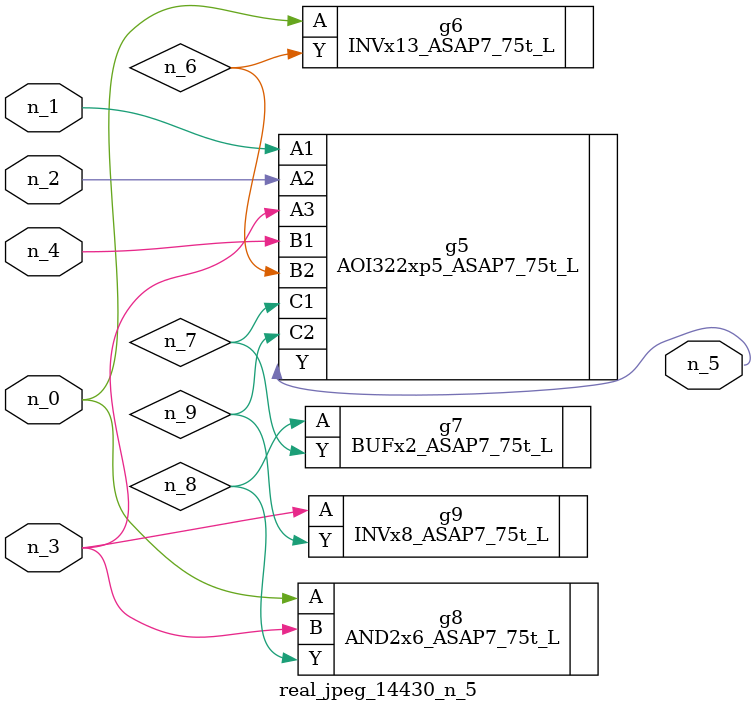
<source format=v>
module real_jpeg_14430_n_5 (n_4, n_0, n_1, n_2, n_3, n_5);

input n_4;
input n_0;
input n_1;
input n_2;
input n_3;

output n_5;

wire n_8;
wire n_6;
wire n_7;
wire n_9;

INVx13_ASAP7_75t_L g6 ( 
.A(n_0),
.Y(n_6)
);

AND2x6_ASAP7_75t_L g8 ( 
.A(n_0),
.B(n_3),
.Y(n_8)
);

AOI322xp5_ASAP7_75t_L g5 ( 
.A1(n_1),
.A2(n_2),
.A3(n_3),
.B1(n_4),
.B2(n_6),
.C1(n_7),
.C2(n_9),
.Y(n_5)
);

INVx8_ASAP7_75t_L g9 ( 
.A(n_3),
.Y(n_9)
);

BUFx2_ASAP7_75t_L g7 ( 
.A(n_8),
.Y(n_7)
);


endmodule
</source>
